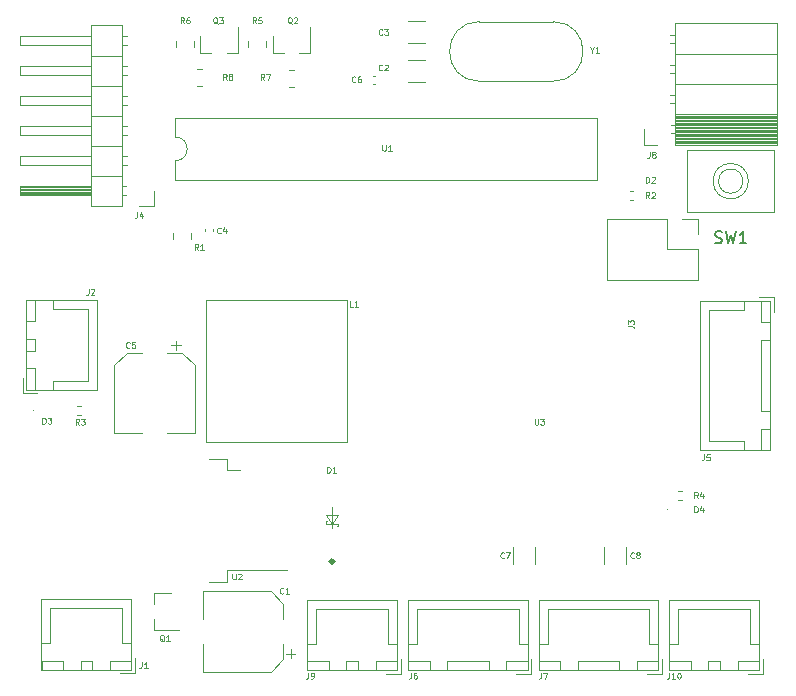
<source format=gbr>
%TF.GenerationSoftware,KiCad,Pcbnew,5.1.10*%
%TF.CreationDate,2021-11-06T21:22:03+05:45*%
%TF.ProjectId,RobotHat,526f626f-7448-4617-942e-6b696361645f,rev?*%
%TF.SameCoordinates,Original*%
%TF.FileFunction,Legend,Top*%
%TF.FilePolarity,Positive*%
%FSLAX46Y46*%
G04 Gerber Fmt 4.6, Leading zero omitted, Abs format (unit mm)*
G04 Created by KiCad (PCBNEW 5.1.10) date 2021-11-06 21:22:03*
%MOMM*%
%LPD*%
G01*
G04 APERTURE LIST*
%ADD10C,0.120000*%
%ADD11C,0.100000*%
%ADD12C,0.300000*%
%ADD13C,0.150000*%
%ADD14C,0.125000*%
G04 APERTURE END LIST*
D10*
%TO.C,SW1*%
X107300000Y-65400000D02*
X107300000Y-60200000D01*
X114700000Y-65400000D02*
X107300000Y-65400000D01*
X114700000Y-60200000D02*
X114700000Y-65400000D01*
X107300000Y-60200000D02*
X114700000Y-60200000D01*
X112500000Y-62800000D02*
G75*
G03*
X112500000Y-62800000I-1500000J0D01*
G01*
X112029563Y-62800000D02*
G75*
G03*
X112029563Y-62800000I-1029563J0D01*
G01*
%TO.C,C7*%
X92590000Y-93788748D02*
X92590000Y-95211252D01*
X94410000Y-93788748D02*
X94410000Y-95211252D01*
D11*
%TO.C,D2*%
X101645000Y-62700000D02*
G75*
G03*
X101645000Y-62700000I-50000J0D01*
G01*
D10*
%TO.C,R2*%
X102446359Y-63620000D02*
X102753641Y-63620000D01*
X102446359Y-64380000D02*
X102753641Y-64380000D01*
D11*
%TO.C,D4*%
X105685000Y-90600000D02*
G75*
G03*
X105685000Y-90600000I-50000J0D01*
G01*
D10*
%TO.C,R4*%
X106571359Y-89802000D02*
X106878641Y-89802000D01*
X106571359Y-89042000D02*
X106878641Y-89042000D01*
%TO.C,J8*%
X114890000Y-59610000D02*
X106260000Y-59610000D01*
X114890000Y-59491905D02*
X106260000Y-59491905D01*
X114890000Y-59373810D02*
X106260000Y-59373810D01*
X114890000Y-59255715D02*
X106260000Y-59255715D01*
X114890000Y-59137620D02*
X106260000Y-59137620D01*
X114890000Y-59019525D02*
X106260000Y-59019525D01*
X114890000Y-58901430D02*
X106260000Y-58901430D01*
X114890000Y-58783335D02*
X106260000Y-58783335D01*
X114890000Y-58665240D02*
X106260000Y-58665240D01*
X114890000Y-58547145D02*
X106260000Y-58547145D01*
X114890000Y-58429050D02*
X106260000Y-58429050D01*
X114890000Y-58310955D02*
X106260000Y-58310955D01*
X114890000Y-58192860D02*
X106260000Y-58192860D01*
X114890000Y-58074765D02*
X106260000Y-58074765D01*
X114890000Y-57956670D02*
X106260000Y-57956670D01*
X114890000Y-57838575D02*
X106260000Y-57838575D01*
X114890000Y-57720480D02*
X106260000Y-57720480D01*
X114890000Y-57602385D02*
X106260000Y-57602385D01*
X114890000Y-57484290D02*
X106260000Y-57484290D01*
X114890000Y-57366195D02*
X106260000Y-57366195D01*
X114890000Y-57248100D02*
X106260000Y-57248100D01*
X106260000Y-58760000D02*
X105910000Y-58760000D01*
X106260000Y-58040000D02*
X105910000Y-58040000D01*
X106260000Y-56220000D02*
X105850000Y-56220000D01*
X106260000Y-55500000D02*
X105850000Y-55500000D01*
X106260000Y-53680000D02*
X105850000Y-53680000D01*
X106260000Y-52960000D02*
X105850000Y-52960000D01*
X106260000Y-51140000D02*
X105850000Y-51140000D01*
X106260000Y-50420000D02*
X105850000Y-50420000D01*
X114890000Y-57130000D02*
X106260000Y-57130000D01*
X114890000Y-54590000D02*
X106260000Y-54590000D01*
X114890000Y-52050000D02*
X106260000Y-52050000D01*
X114890000Y-59730000D02*
X106260000Y-59730000D01*
X106260000Y-59730000D02*
X106260000Y-49450000D01*
X114890000Y-49450000D02*
X106260000Y-49450000D01*
X114890000Y-59730000D02*
X114890000Y-49450000D01*
X103690000Y-59730000D02*
X103690000Y-58400000D01*
X104800000Y-59730000D02*
X103690000Y-59730000D01*
%TO.C,Y1*%
X95971000Y-54343000D02*
X89721000Y-54343000D01*
X95971000Y-49293000D02*
X89721000Y-49293000D01*
X89721000Y-49293000D02*
G75*
G03*
X89721000Y-54343000I0J-2525000D01*
G01*
X95971000Y-49293000D02*
G75*
G02*
X95971000Y-54343000I0J-2525000D01*
G01*
%TO.C,C3*%
X85075252Y-51076000D02*
X83652748Y-51076000D01*
X85075252Y-49256000D02*
X83652748Y-49256000D01*
%TO.C,C2*%
X85075252Y-54378000D02*
X83652748Y-54378000D01*
X85075252Y-52558000D02*
X83652748Y-52558000D01*
%TO.C,U1*%
X63984000Y-61072000D02*
X63984000Y-62722000D01*
X63984000Y-62722000D02*
X99664000Y-62722000D01*
X99664000Y-62722000D02*
X99664000Y-57422000D01*
X99664000Y-57422000D02*
X63984000Y-57422000D01*
X63984000Y-57422000D02*
X63984000Y-59072000D01*
X63984000Y-59072000D02*
G75*
G02*
X63984000Y-61072000I0J-1000000D01*
G01*
%TO.C,C8*%
X100290000Y-95211252D02*
X100290000Y-93788748D01*
X102110000Y-95211252D02*
X102110000Y-93788748D01*
%TO.C,Q3*%
X66102000Y-51946000D02*
X66102000Y-50486000D01*
X69262000Y-51946000D02*
X69262000Y-49786000D01*
X69262000Y-51946000D02*
X68332000Y-51946000D01*
X66102000Y-51946000D02*
X67032000Y-51946000D01*
%TO.C,R6*%
X64071000Y-50954936D02*
X64071000Y-51409064D01*
X65541000Y-50954936D02*
X65541000Y-51409064D01*
%TO.C,R5*%
X70167000Y-50954936D02*
X70167000Y-51409064D01*
X71637000Y-50954936D02*
X71637000Y-51409064D01*
%TO.C,R8*%
X65772936Y-54735000D02*
X66227064Y-54735000D01*
X65772936Y-53265000D02*
X66227064Y-53265000D01*
%TO.C,R7*%
X74055064Y-53351000D02*
X73600936Y-53351000D01*
X74055064Y-54821000D02*
X73600936Y-54821000D01*
%TO.C,R1*%
X65287000Y-67665064D02*
X65287000Y-67210936D01*
X63817000Y-67665064D02*
X63817000Y-67210936D01*
%TO.C,J5*%
X114360000Y-72940000D02*
X108390000Y-72940000D01*
X108390000Y-72940000D02*
X108390000Y-85560000D01*
X108390000Y-85560000D02*
X114360000Y-85560000D01*
X114360000Y-85560000D02*
X114360000Y-72940000D01*
X114350000Y-76250000D02*
X113600000Y-76250000D01*
X113600000Y-76250000D02*
X113600000Y-82250000D01*
X113600000Y-82250000D02*
X114350000Y-82250000D01*
X114350000Y-82250000D02*
X114350000Y-76250000D01*
X114350000Y-72950000D02*
X113600000Y-72950000D01*
X113600000Y-72950000D02*
X113600000Y-74750000D01*
X113600000Y-74750000D02*
X114350000Y-74750000D01*
X114350000Y-74750000D02*
X114350000Y-72950000D01*
X114350000Y-83750000D02*
X113600000Y-83750000D01*
X113600000Y-83750000D02*
X113600000Y-85550000D01*
X113600000Y-85550000D02*
X114350000Y-85550000D01*
X114350000Y-85550000D02*
X114350000Y-83750000D01*
X112100000Y-72950000D02*
X112100000Y-73700000D01*
X112100000Y-73700000D02*
X109150000Y-73700000D01*
X109150000Y-73700000D02*
X109150000Y-79250000D01*
X112100000Y-85550000D02*
X112100000Y-84800000D01*
X112100000Y-84800000D02*
X109150000Y-84800000D01*
X109150000Y-84800000D02*
X109150000Y-79250000D01*
X114650000Y-73900000D02*
X114650000Y-72650000D01*
X114650000Y-72650000D02*
X113400000Y-72650000D01*
%TO.C,C5*%
X64441250Y-76706250D02*
X63653750Y-76706250D01*
X64047500Y-76312500D02*
X64047500Y-77100000D01*
X59854437Y-77340000D02*
X58790000Y-78404437D01*
X64545563Y-77340000D02*
X65610000Y-78404437D01*
X64545563Y-77340000D02*
X63260000Y-77340000D01*
X59854437Y-77340000D02*
X61140000Y-77340000D01*
X58790000Y-78404437D02*
X58790000Y-84160000D01*
X65610000Y-78404437D02*
X65610000Y-84160000D01*
X65610000Y-84160000D02*
X63260000Y-84160000D01*
X58790000Y-84160000D02*
X61140000Y-84160000D01*
%TO.C,C1*%
X73743750Y-103191250D02*
X73743750Y-102403750D01*
X74137500Y-102797500D02*
X73350000Y-102797500D01*
X73110000Y-98604437D02*
X72045563Y-97540000D01*
X73110000Y-103295563D02*
X72045563Y-104360000D01*
X73110000Y-103295563D02*
X73110000Y-102010000D01*
X73110000Y-98604437D02*
X73110000Y-99890000D01*
X72045563Y-97540000D02*
X66290000Y-97540000D01*
X72045563Y-104360000D02*
X66290000Y-104360000D01*
X66290000Y-104360000D02*
X66290000Y-102010000D01*
X66290000Y-97540000D02*
X66290000Y-99890000D01*
%TO.C,L1*%
X66550000Y-84900000D02*
X66550000Y-72900000D01*
X66550000Y-72900000D02*
X78550000Y-72900000D01*
X78550000Y-72900000D02*
X78550000Y-84900000D01*
X78550000Y-84900000D02*
X66550000Y-84900000D01*
%TO.C,Q2*%
X72248000Y-51946000D02*
X72248000Y-50486000D01*
X75408000Y-51946000D02*
X75408000Y-49786000D01*
X75408000Y-51946000D02*
X74478000Y-51946000D01*
X72248000Y-51946000D02*
X73178000Y-51946000D01*
%TO.C,J3*%
X108230000Y-65970000D02*
X108230000Y-67300000D01*
X106900000Y-65970000D02*
X108230000Y-65970000D01*
X108230000Y-68570000D02*
X108230000Y-71170000D01*
X105630000Y-68570000D02*
X108230000Y-68570000D01*
X105630000Y-65970000D02*
X105630000Y-68570000D01*
X108230000Y-71170000D02*
X100490000Y-71170000D01*
X105630000Y-65970000D02*
X100490000Y-65970000D01*
X100490000Y-65970000D02*
X100490000Y-71170000D01*
%TO.C,J4*%
X59460000Y-64930000D02*
X59460000Y-49570000D01*
X59460000Y-49570000D02*
X56800000Y-49570000D01*
X56800000Y-49570000D02*
X56800000Y-64930000D01*
X56800000Y-64930000D02*
X59460000Y-64930000D01*
X56800000Y-63980000D02*
X50800000Y-63980000D01*
X50800000Y-63980000D02*
X50800000Y-63220000D01*
X50800000Y-63220000D02*
X56800000Y-63220000D01*
X56800000Y-63920000D02*
X50800000Y-63920000D01*
X56800000Y-63800000D02*
X50800000Y-63800000D01*
X56800000Y-63680000D02*
X50800000Y-63680000D01*
X56800000Y-63560000D02*
X50800000Y-63560000D01*
X56800000Y-63440000D02*
X50800000Y-63440000D01*
X56800000Y-63320000D02*
X50800000Y-63320000D01*
X59790000Y-63980000D02*
X59460000Y-63980000D01*
X59790000Y-63220000D02*
X59460000Y-63220000D01*
X59460000Y-62330000D02*
X56800000Y-62330000D01*
X56800000Y-61440000D02*
X50800000Y-61440000D01*
X50800000Y-61440000D02*
X50800000Y-60680000D01*
X50800000Y-60680000D02*
X56800000Y-60680000D01*
X59857071Y-61440000D02*
X59460000Y-61440000D01*
X59857071Y-60680000D02*
X59460000Y-60680000D01*
X59460000Y-59790000D02*
X56800000Y-59790000D01*
X56800000Y-58900000D02*
X50800000Y-58900000D01*
X50800000Y-58900000D02*
X50800000Y-58140000D01*
X50800000Y-58140000D02*
X56800000Y-58140000D01*
X59857071Y-58900000D02*
X59460000Y-58900000D01*
X59857071Y-58140000D02*
X59460000Y-58140000D01*
X59460000Y-57250000D02*
X56800000Y-57250000D01*
X56800000Y-56360000D02*
X50800000Y-56360000D01*
X50800000Y-56360000D02*
X50800000Y-55600000D01*
X50800000Y-55600000D02*
X56800000Y-55600000D01*
X59857071Y-56360000D02*
X59460000Y-56360000D01*
X59857071Y-55600000D02*
X59460000Y-55600000D01*
X59460000Y-54710000D02*
X56800000Y-54710000D01*
X56800000Y-53820000D02*
X50800000Y-53820000D01*
X50800000Y-53820000D02*
X50800000Y-53060000D01*
X50800000Y-53060000D02*
X56800000Y-53060000D01*
X59857071Y-53820000D02*
X59460000Y-53820000D01*
X59857071Y-53060000D02*
X59460000Y-53060000D01*
X59460000Y-52170000D02*
X56800000Y-52170000D01*
X56800000Y-51280000D02*
X50800000Y-51280000D01*
X50800000Y-51280000D02*
X50800000Y-50520000D01*
X50800000Y-50520000D02*
X56800000Y-50520000D01*
X59857071Y-51280000D02*
X59460000Y-51280000D01*
X59857071Y-50520000D02*
X59460000Y-50520000D01*
X62170000Y-63600000D02*
X62170000Y-64870000D01*
X62170000Y-64870000D02*
X60900000Y-64870000D01*
%TO.C,Q1*%
X62140000Y-97670000D02*
X63600000Y-97670000D01*
X62140000Y-100830000D02*
X64300000Y-100830000D01*
X62140000Y-100830000D02*
X62140000Y-99900000D01*
X62140000Y-97670000D02*
X62140000Y-98600000D01*
D12*
%TO.C,D1*%
X77391421Y-95000000D02*
G75*
G03*
X77391421Y-95000000I-141421J0D01*
G01*
D10*
X77250000Y-90400000D02*
X77250000Y-92200000D01*
X76750000Y-91800000D02*
X77750000Y-91800000D01*
X77250000Y-91800000D02*
X76750000Y-91100000D01*
X77750000Y-91100000D02*
X76750000Y-91100000D01*
X76750000Y-91100000D02*
X77650000Y-91100000D01*
X77750000Y-91100000D02*
X77250000Y-91800000D01*
X76750000Y-91800000D02*
X76750000Y-91600000D01*
X76750000Y-91600000D02*
X76850000Y-91600000D01*
X77750000Y-91800000D02*
X77750000Y-92000000D01*
X77750000Y-92000000D02*
X77650000Y-92000000D01*
%TO.C,R3*%
X55953641Y-82580000D02*
X55646359Y-82580000D01*
X55953641Y-81820000D02*
X55646359Y-81820000D01*
D11*
%TO.C,D3*%
X52025000Y-82200000D02*
G75*
G03*
X52025000Y-82200000I-50000J0D01*
G01*
D10*
%TO.C,C4*%
X66478000Y-67037836D02*
X66478000Y-66822164D01*
X67198000Y-67037836D02*
X67198000Y-66822164D01*
%TO.C,C6*%
X80700164Y-53870000D02*
X80915836Y-53870000D01*
X80700164Y-54590000D02*
X80915836Y-54590000D01*
%TO.C,J2*%
X51050000Y-80750000D02*
X52300000Y-80750000D01*
X51050000Y-79500000D02*
X51050000Y-80750000D01*
X56550000Y-73600000D02*
X56550000Y-76650000D01*
X53600000Y-73600000D02*
X56550000Y-73600000D01*
X53600000Y-72850000D02*
X53600000Y-73600000D01*
X56550000Y-79700000D02*
X56550000Y-76650000D01*
X53600000Y-79700000D02*
X56550000Y-79700000D01*
X53600000Y-80450000D02*
X53600000Y-79700000D01*
X51350000Y-72850000D02*
X51350000Y-74650000D01*
X52100000Y-72850000D02*
X51350000Y-72850000D01*
X52100000Y-74650000D02*
X52100000Y-72850000D01*
X51350000Y-74650000D02*
X52100000Y-74650000D01*
X51350000Y-78650000D02*
X51350000Y-80450000D01*
X52100000Y-78650000D02*
X51350000Y-78650000D01*
X52100000Y-80450000D02*
X52100000Y-78650000D01*
X51350000Y-80450000D02*
X52100000Y-80450000D01*
X51350000Y-76150000D02*
X51350000Y-77150000D01*
X52100000Y-76150000D02*
X51350000Y-76150000D01*
X52100000Y-77150000D02*
X52100000Y-76150000D01*
X51350000Y-77150000D02*
X52100000Y-77150000D01*
X51340000Y-72840000D02*
X51340000Y-80460000D01*
X57310000Y-72840000D02*
X51340000Y-72840000D01*
X57310000Y-80460000D02*
X57310000Y-72840000D01*
X51340000Y-80460000D02*
X57310000Y-80460000D01*
%TO.C,U2*%
X66850000Y-96700000D02*
X68350000Y-96700000D01*
X68350000Y-96700000D02*
X68350000Y-95750000D01*
X68350000Y-95750000D02*
X73475000Y-95750000D01*
X66850000Y-86300000D02*
X68350000Y-86300000D01*
X68350000Y-86300000D02*
X68350000Y-87250000D01*
X68350000Y-87250000D02*
X69450000Y-87250000D01*
%TO.C,J10*%
X113410000Y-104210000D02*
X113410000Y-98240000D01*
X113410000Y-98240000D02*
X105790000Y-98240000D01*
X105790000Y-98240000D02*
X105790000Y-104210000D01*
X105790000Y-104210000D02*
X113410000Y-104210000D01*
X110100000Y-104200000D02*
X110100000Y-103450000D01*
X110100000Y-103450000D02*
X109100000Y-103450000D01*
X109100000Y-103450000D02*
X109100000Y-104200000D01*
X109100000Y-104200000D02*
X110100000Y-104200000D01*
X113400000Y-104200000D02*
X113400000Y-103450000D01*
X113400000Y-103450000D02*
X111600000Y-103450000D01*
X111600000Y-103450000D02*
X111600000Y-104200000D01*
X111600000Y-104200000D02*
X113400000Y-104200000D01*
X107600000Y-104200000D02*
X107600000Y-103450000D01*
X107600000Y-103450000D02*
X105800000Y-103450000D01*
X105800000Y-103450000D02*
X105800000Y-104200000D01*
X105800000Y-104200000D02*
X107600000Y-104200000D01*
X113400000Y-101950000D02*
X112650000Y-101950000D01*
X112650000Y-101950000D02*
X112650000Y-99000000D01*
X112650000Y-99000000D02*
X109600000Y-99000000D01*
X105800000Y-101950000D02*
X106550000Y-101950000D01*
X106550000Y-101950000D02*
X106550000Y-99000000D01*
X106550000Y-99000000D02*
X109600000Y-99000000D01*
X112450000Y-104500000D02*
X113700000Y-104500000D01*
X113700000Y-104500000D02*
X113700000Y-103250000D01*
%TO.C,J9*%
X82760000Y-104210000D02*
X82760000Y-98240000D01*
X82760000Y-98240000D02*
X75140000Y-98240000D01*
X75140000Y-98240000D02*
X75140000Y-104210000D01*
X75140000Y-104210000D02*
X82760000Y-104210000D01*
X79450000Y-104200000D02*
X79450000Y-103450000D01*
X79450000Y-103450000D02*
X78450000Y-103450000D01*
X78450000Y-103450000D02*
X78450000Y-104200000D01*
X78450000Y-104200000D02*
X79450000Y-104200000D01*
X82750000Y-104200000D02*
X82750000Y-103450000D01*
X82750000Y-103450000D02*
X80950000Y-103450000D01*
X80950000Y-103450000D02*
X80950000Y-104200000D01*
X80950000Y-104200000D02*
X82750000Y-104200000D01*
X76950000Y-104200000D02*
X76950000Y-103450000D01*
X76950000Y-103450000D02*
X75150000Y-103450000D01*
X75150000Y-103450000D02*
X75150000Y-104200000D01*
X75150000Y-104200000D02*
X76950000Y-104200000D01*
X82750000Y-101950000D02*
X82000000Y-101950000D01*
X82000000Y-101950000D02*
X82000000Y-99000000D01*
X82000000Y-99000000D02*
X78950000Y-99000000D01*
X75150000Y-101950000D02*
X75900000Y-101950000D01*
X75900000Y-101950000D02*
X75900000Y-99000000D01*
X75900000Y-99000000D02*
X78950000Y-99000000D01*
X81800000Y-104500000D02*
X83050000Y-104500000D01*
X83050000Y-104500000D02*
X83050000Y-103250000D01*
%TO.C,J7*%
X104860000Y-104210000D02*
X104860000Y-98240000D01*
X104860000Y-98240000D02*
X94740000Y-98240000D01*
X94740000Y-98240000D02*
X94740000Y-104210000D01*
X94740000Y-104210000D02*
X104860000Y-104210000D01*
X101550000Y-104200000D02*
X101550000Y-103450000D01*
X101550000Y-103450000D02*
X98050000Y-103450000D01*
X98050000Y-103450000D02*
X98050000Y-104200000D01*
X98050000Y-104200000D02*
X101550000Y-104200000D01*
X104850000Y-104200000D02*
X104850000Y-103450000D01*
X104850000Y-103450000D02*
X103050000Y-103450000D01*
X103050000Y-103450000D02*
X103050000Y-104200000D01*
X103050000Y-104200000D02*
X104850000Y-104200000D01*
X96550000Y-104200000D02*
X96550000Y-103450000D01*
X96550000Y-103450000D02*
X94750000Y-103450000D01*
X94750000Y-103450000D02*
X94750000Y-104200000D01*
X94750000Y-104200000D02*
X96550000Y-104200000D01*
X104850000Y-101950000D02*
X104100000Y-101950000D01*
X104100000Y-101950000D02*
X104100000Y-99000000D01*
X104100000Y-99000000D02*
X99800000Y-99000000D01*
X94750000Y-101950000D02*
X95500000Y-101950000D01*
X95500000Y-101950000D02*
X95500000Y-99000000D01*
X95500000Y-99000000D02*
X99800000Y-99000000D01*
X103900000Y-104500000D02*
X105150000Y-104500000D01*
X105150000Y-104500000D02*
X105150000Y-103250000D01*
%TO.C,J6*%
X93810000Y-104210000D02*
X93810000Y-98240000D01*
X93810000Y-98240000D02*
X83690000Y-98240000D01*
X83690000Y-98240000D02*
X83690000Y-104210000D01*
X83690000Y-104210000D02*
X93810000Y-104210000D01*
X90500000Y-104200000D02*
X90500000Y-103450000D01*
X90500000Y-103450000D02*
X87000000Y-103450000D01*
X87000000Y-103450000D02*
X87000000Y-104200000D01*
X87000000Y-104200000D02*
X90500000Y-104200000D01*
X93800000Y-104200000D02*
X93800000Y-103450000D01*
X93800000Y-103450000D02*
X92000000Y-103450000D01*
X92000000Y-103450000D02*
X92000000Y-104200000D01*
X92000000Y-104200000D02*
X93800000Y-104200000D01*
X85500000Y-104200000D02*
X85500000Y-103450000D01*
X85500000Y-103450000D02*
X83700000Y-103450000D01*
X83700000Y-103450000D02*
X83700000Y-104200000D01*
X83700000Y-104200000D02*
X85500000Y-104200000D01*
X93800000Y-101950000D02*
X93050000Y-101950000D01*
X93050000Y-101950000D02*
X93050000Y-99000000D01*
X93050000Y-99000000D02*
X88750000Y-99000000D01*
X83700000Y-101950000D02*
X84450000Y-101950000D01*
X84450000Y-101950000D02*
X84450000Y-99000000D01*
X84450000Y-99000000D02*
X88750000Y-99000000D01*
X92850000Y-104500000D02*
X94100000Y-104500000D01*
X94100000Y-104500000D02*
X94100000Y-103250000D01*
%TO.C,J1*%
X60260000Y-104160000D02*
X60260000Y-98190000D01*
X60260000Y-98190000D02*
X52640000Y-98190000D01*
X52640000Y-98190000D02*
X52640000Y-104160000D01*
X52640000Y-104160000D02*
X60260000Y-104160000D01*
X56950000Y-104150000D02*
X56950000Y-103400000D01*
X56950000Y-103400000D02*
X55950000Y-103400000D01*
X55950000Y-103400000D02*
X55950000Y-104150000D01*
X55950000Y-104150000D02*
X56950000Y-104150000D01*
X60250000Y-104150000D02*
X60250000Y-103400000D01*
X60250000Y-103400000D02*
X58450000Y-103400000D01*
X58450000Y-103400000D02*
X58450000Y-104150000D01*
X58450000Y-104150000D02*
X60250000Y-104150000D01*
X54450000Y-104150000D02*
X54450000Y-103400000D01*
X54450000Y-103400000D02*
X52650000Y-103400000D01*
X52650000Y-103400000D02*
X52650000Y-104150000D01*
X52650000Y-104150000D02*
X54450000Y-104150000D01*
X60250000Y-101900000D02*
X59500000Y-101900000D01*
X59500000Y-101900000D02*
X59500000Y-98950000D01*
X59500000Y-98950000D02*
X56450000Y-98950000D01*
X52650000Y-101900000D02*
X53400000Y-101900000D01*
X53400000Y-101900000D02*
X53400000Y-98950000D01*
X53400000Y-98950000D02*
X56450000Y-98950000D01*
X59300000Y-104450000D02*
X60550000Y-104450000D01*
X60550000Y-104450000D02*
X60550000Y-103200000D01*
%TO.C,SW1*%
D13*
X109666666Y-68004761D02*
X109809523Y-68052380D01*
X110047619Y-68052380D01*
X110142857Y-68004761D01*
X110190476Y-67957142D01*
X110238095Y-67861904D01*
X110238095Y-67766666D01*
X110190476Y-67671428D01*
X110142857Y-67623809D01*
X110047619Y-67576190D01*
X109857142Y-67528571D01*
X109761904Y-67480952D01*
X109714285Y-67433333D01*
X109666666Y-67338095D01*
X109666666Y-67242857D01*
X109714285Y-67147619D01*
X109761904Y-67100000D01*
X109857142Y-67052380D01*
X110095238Y-67052380D01*
X110238095Y-67100000D01*
X110571428Y-67052380D02*
X110809523Y-68052380D01*
X111000000Y-67338095D01*
X111190476Y-68052380D01*
X111428571Y-67052380D01*
X112333333Y-68052380D02*
X111761904Y-68052380D01*
X112047619Y-68052380D02*
X112047619Y-67052380D01*
X111952380Y-67195238D01*
X111857142Y-67290476D01*
X111761904Y-67338095D01*
%TO.C,C7*%
D14*
X91816666Y-94678571D02*
X91792857Y-94702380D01*
X91721428Y-94726190D01*
X91673809Y-94726190D01*
X91602380Y-94702380D01*
X91554761Y-94654761D01*
X91530952Y-94607142D01*
X91507142Y-94511904D01*
X91507142Y-94440476D01*
X91530952Y-94345238D01*
X91554761Y-94297619D01*
X91602380Y-94250000D01*
X91673809Y-94226190D01*
X91721428Y-94226190D01*
X91792857Y-94250000D01*
X91816666Y-94273809D01*
X91983333Y-94226190D02*
X92316666Y-94226190D01*
X92102380Y-94726190D01*
%TO.C,D2*%
X103830952Y-62926190D02*
X103830952Y-62426190D01*
X103950000Y-62426190D01*
X104021428Y-62450000D01*
X104069047Y-62497619D01*
X104092857Y-62545238D01*
X104116666Y-62640476D01*
X104116666Y-62711904D01*
X104092857Y-62807142D01*
X104069047Y-62854761D01*
X104021428Y-62902380D01*
X103950000Y-62926190D01*
X103830952Y-62926190D01*
X104307142Y-62473809D02*
X104330952Y-62450000D01*
X104378571Y-62426190D01*
X104497619Y-62426190D01*
X104545238Y-62450000D01*
X104569047Y-62473809D01*
X104592857Y-62521428D01*
X104592857Y-62569047D01*
X104569047Y-62640476D01*
X104283333Y-62926190D01*
X104592857Y-62926190D01*
%TO.C,R2*%
X104116666Y-64226190D02*
X103950000Y-63988095D01*
X103830952Y-64226190D02*
X103830952Y-63726190D01*
X104021428Y-63726190D01*
X104069047Y-63750000D01*
X104092857Y-63773809D01*
X104116666Y-63821428D01*
X104116666Y-63892857D01*
X104092857Y-63940476D01*
X104069047Y-63964285D01*
X104021428Y-63988095D01*
X103830952Y-63988095D01*
X104307142Y-63773809D02*
X104330952Y-63750000D01*
X104378571Y-63726190D01*
X104497619Y-63726190D01*
X104545238Y-63750000D01*
X104569047Y-63773809D01*
X104592857Y-63821428D01*
X104592857Y-63869047D01*
X104569047Y-63940476D01*
X104283333Y-64226190D01*
X104592857Y-64226190D01*
%TO.C,D4*%
X107930952Y-90826190D02*
X107930952Y-90326190D01*
X108050000Y-90326190D01*
X108121428Y-90350000D01*
X108169047Y-90397619D01*
X108192857Y-90445238D01*
X108216666Y-90540476D01*
X108216666Y-90611904D01*
X108192857Y-90707142D01*
X108169047Y-90754761D01*
X108121428Y-90802380D01*
X108050000Y-90826190D01*
X107930952Y-90826190D01*
X108645238Y-90492857D02*
X108645238Y-90826190D01*
X108526190Y-90302380D02*
X108407142Y-90659523D01*
X108716666Y-90659523D01*
%TO.C,R4*%
X108216666Y-89626190D02*
X108050000Y-89388095D01*
X107930952Y-89626190D02*
X107930952Y-89126190D01*
X108121428Y-89126190D01*
X108169047Y-89150000D01*
X108192857Y-89173809D01*
X108216666Y-89221428D01*
X108216666Y-89292857D01*
X108192857Y-89340476D01*
X108169047Y-89364285D01*
X108121428Y-89388095D01*
X107930952Y-89388095D01*
X108645238Y-89292857D02*
X108645238Y-89626190D01*
X108526190Y-89102380D02*
X108407142Y-89459523D01*
X108716666Y-89459523D01*
%TO.C,J8*%
X104133333Y-60326190D02*
X104133333Y-60683333D01*
X104109523Y-60754761D01*
X104061904Y-60802380D01*
X103990476Y-60826190D01*
X103942857Y-60826190D01*
X104442857Y-60540476D02*
X104395238Y-60516666D01*
X104371428Y-60492857D01*
X104347619Y-60445238D01*
X104347619Y-60421428D01*
X104371428Y-60373809D01*
X104395238Y-60350000D01*
X104442857Y-60326190D01*
X104538095Y-60326190D01*
X104585714Y-60350000D01*
X104609523Y-60373809D01*
X104633333Y-60421428D01*
X104633333Y-60445238D01*
X104609523Y-60492857D01*
X104585714Y-60516666D01*
X104538095Y-60540476D01*
X104442857Y-60540476D01*
X104395238Y-60564285D01*
X104371428Y-60588095D01*
X104347619Y-60635714D01*
X104347619Y-60730952D01*
X104371428Y-60778571D01*
X104395238Y-60802380D01*
X104442857Y-60826190D01*
X104538095Y-60826190D01*
X104585714Y-60802380D01*
X104609523Y-60778571D01*
X104633333Y-60730952D01*
X104633333Y-60635714D01*
X104609523Y-60588095D01*
X104585714Y-60564285D01*
X104538095Y-60540476D01*
%TO.C,Y1*%
X99261904Y-51688095D02*
X99261904Y-51926190D01*
X99095238Y-51426190D02*
X99261904Y-51688095D01*
X99428571Y-51426190D01*
X99857142Y-51926190D02*
X99571428Y-51926190D01*
X99714285Y-51926190D02*
X99714285Y-51426190D01*
X99666666Y-51497619D01*
X99619047Y-51545238D01*
X99571428Y-51569047D01*
%TO.C,C3*%
X81516666Y-50378571D02*
X81492857Y-50402380D01*
X81421428Y-50426190D01*
X81373809Y-50426190D01*
X81302380Y-50402380D01*
X81254761Y-50354761D01*
X81230952Y-50307142D01*
X81207142Y-50211904D01*
X81207142Y-50140476D01*
X81230952Y-50045238D01*
X81254761Y-49997619D01*
X81302380Y-49950000D01*
X81373809Y-49926190D01*
X81421428Y-49926190D01*
X81492857Y-49950000D01*
X81516666Y-49973809D01*
X81683333Y-49926190D02*
X81992857Y-49926190D01*
X81826190Y-50116666D01*
X81897619Y-50116666D01*
X81945238Y-50140476D01*
X81969047Y-50164285D01*
X81992857Y-50211904D01*
X81992857Y-50330952D01*
X81969047Y-50378571D01*
X81945238Y-50402380D01*
X81897619Y-50426190D01*
X81754761Y-50426190D01*
X81707142Y-50402380D01*
X81683333Y-50378571D01*
%TO.C,C2*%
X81516666Y-53378571D02*
X81492857Y-53402380D01*
X81421428Y-53426190D01*
X81373809Y-53426190D01*
X81302380Y-53402380D01*
X81254761Y-53354761D01*
X81230952Y-53307142D01*
X81207142Y-53211904D01*
X81207142Y-53140476D01*
X81230952Y-53045238D01*
X81254761Y-52997619D01*
X81302380Y-52950000D01*
X81373809Y-52926190D01*
X81421428Y-52926190D01*
X81492857Y-52950000D01*
X81516666Y-52973809D01*
X81707142Y-52973809D02*
X81730952Y-52950000D01*
X81778571Y-52926190D01*
X81897619Y-52926190D01*
X81945238Y-52950000D01*
X81969047Y-52973809D01*
X81992857Y-53021428D01*
X81992857Y-53069047D01*
X81969047Y-53140476D01*
X81683333Y-53426190D01*
X81992857Y-53426190D01*
%TO.C,U3*%
X94419047Y-82926190D02*
X94419047Y-83330952D01*
X94442857Y-83378571D01*
X94466666Y-83402380D01*
X94514285Y-83426190D01*
X94609523Y-83426190D01*
X94657142Y-83402380D01*
X94680952Y-83378571D01*
X94704761Y-83330952D01*
X94704761Y-82926190D01*
X94895238Y-82926190D02*
X95204761Y-82926190D01*
X95038095Y-83116666D01*
X95109523Y-83116666D01*
X95157142Y-83140476D01*
X95180952Y-83164285D01*
X95204761Y-83211904D01*
X95204761Y-83330952D01*
X95180952Y-83378571D01*
X95157142Y-83402380D01*
X95109523Y-83426190D01*
X94966666Y-83426190D01*
X94919047Y-83402380D01*
X94895238Y-83378571D01*
%TO.C,U1*%
X81519047Y-59726190D02*
X81519047Y-60130952D01*
X81542857Y-60178571D01*
X81566666Y-60202380D01*
X81614285Y-60226190D01*
X81709523Y-60226190D01*
X81757142Y-60202380D01*
X81780952Y-60178571D01*
X81804761Y-60130952D01*
X81804761Y-59726190D01*
X82304761Y-60226190D02*
X82019047Y-60226190D01*
X82161904Y-60226190D02*
X82161904Y-59726190D01*
X82114285Y-59797619D01*
X82066666Y-59845238D01*
X82019047Y-59869047D01*
%TO.C,C8*%
X102816666Y-94678571D02*
X102792857Y-94702380D01*
X102721428Y-94726190D01*
X102673809Y-94726190D01*
X102602380Y-94702380D01*
X102554761Y-94654761D01*
X102530952Y-94607142D01*
X102507142Y-94511904D01*
X102507142Y-94440476D01*
X102530952Y-94345238D01*
X102554761Y-94297619D01*
X102602380Y-94250000D01*
X102673809Y-94226190D01*
X102721428Y-94226190D01*
X102792857Y-94250000D01*
X102816666Y-94273809D01*
X103102380Y-94440476D02*
X103054761Y-94416666D01*
X103030952Y-94392857D01*
X103007142Y-94345238D01*
X103007142Y-94321428D01*
X103030952Y-94273809D01*
X103054761Y-94250000D01*
X103102380Y-94226190D01*
X103197619Y-94226190D01*
X103245238Y-94250000D01*
X103269047Y-94273809D01*
X103292857Y-94321428D01*
X103292857Y-94345238D01*
X103269047Y-94392857D01*
X103245238Y-94416666D01*
X103197619Y-94440476D01*
X103102380Y-94440476D01*
X103054761Y-94464285D01*
X103030952Y-94488095D01*
X103007142Y-94535714D01*
X103007142Y-94630952D01*
X103030952Y-94678571D01*
X103054761Y-94702380D01*
X103102380Y-94726190D01*
X103197619Y-94726190D01*
X103245238Y-94702380D01*
X103269047Y-94678571D01*
X103292857Y-94630952D01*
X103292857Y-94535714D01*
X103269047Y-94488095D01*
X103245238Y-94464285D01*
X103197619Y-94440476D01*
%TO.C,Q3*%
X67552380Y-49473809D02*
X67504761Y-49450000D01*
X67457142Y-49402380D01*
X67385714Y-49330952D01*
X67338095Y-49307142D01*
X67290476Y-49307142D01*
X67314285Y-49426190D02*
X67266666Y-49402380D01*
X67219047Y-49354761D01*
X67195238Y-49259523D01*
X67195238Y-49092857D01*
X67219047Y-48997619D01*
X67266666Y-48950000D01*
X67314285Y-48926190D01*
X67409523Y-48926190D01*
X67457142Y-48950000D01*
X67504761Y-48997619D01*
X67528571Y-49092857D01*
X67528571Y-49259523D01*
X67504761Y-49354761D01*
X67457142Y-49402380D01*
X67409523Y-49426190D01*
X67314285Y-49426190D01*
X67695238Y-48926190D02*
X68004761Y-48926190D01*
X67838095Y-49116666D01*
X67909523Y-49116666D01*
X67957142Y-49140476D01*
X67980952Y-49164285D01*
X68004761Y-49211904D01*
X68004761Y-49330952D01*
X67980952Y-49378571D01*
X67957142Y-49402380D01*
X67909523Y-49426190D01*
X67766666Y-49426190D01*
X67719047Y-49402380D01*
X67695238Y-49378571D01*
%TO.C,R6*%
X64716666Y-49426190D02*
X64550000Y-49188095D01*
X64430952Y-49426190D02*
X64430952Y-48926190D01*
X64621428Y-48926190D01*
X64669047Y-48950000D01*
X64692857Y-48973809D01*
X64716666Y-49021428D01*
X64716666Y-49092857D01*
X64692857Y-49140476D01*
X64669047Y-49164285D01*
X64621428Y-49188095D01*
X64430952Y-49188095D01*
X65145238Y-48926190D02*
X65050000Y-48926190D01*
X65002380Y-48950000D01*
X64978571Y-48973809D01*
X64930952Y-49045238D01*
X64907142Y-49140476D01*
X64907142Y-49330952D01*
X64930952Y-49378571D01*
X64954761Y-49402380D01*
X65002380Y-49426190D01*
X65097619Y-49426190D01*
X65145238Y-49402380D01*
X65169047Y-49378571D01*
X65192857Y-49330952D01*
X65192857Y-49211904D01*
X65169047Y-49164285D01*
X65145238Y-49140476D01*
X65097619Y-49116666D01*
X65002380Y-49116666D01*
X64954761Y-49140476D01*
X64930952Y-49164285D01*
X64907142Y-49211904D01*
%TO.C,R5*%
X70816666Y-49426190D02*
X70650000Y-49188095D01*
X70530952Y-49426190D02*
X70530952Y-48926190D01*
X70721428Y-48926190D01*
X70769047Y-48950000D01*
X70792857Y-48973809D01*
X70816666Y-49021428D01*
X70816666Y-49092857D01*
X70792857Y-49140476D01*
X70769047Y-49164285D01*
X70721428Y-49188095D01*
X70530952Y-49188095D01*
X71269047Y-48926190D02*
X71030952Y-48926190D01*
X71007142Y-49164285D01*
X71030952Y-49140476D01*
X71078571Y-49116666D01*
X71197619Y-49116666D01*
X71245238Y-49140476D01*
X71269047Y-49164285D01*
X71292857Y-49211904D01*
X71292857Y-49330952D01*
X71269047Y-49378571D01*
X71245238Y-49402380D01*
X71197619Y-49426190D01*
X71078571Y-49426190D01*
X71030952Y-49402380D01*
X71007142Y-49378571D01*
%TO.C,R8*%
X68316666Y-54226190D02*
X68150000Y-53988095D01*
X68030952Y-54226190D02*
X68030952Y-53726190D01*
X68221428Y-53726190D01*
X68269047Y-53750000D01*
X68292857Y-53773809D01*
X68316666Y-53821428D01*
X68316666Y-53892857D01*
X68292857Y-53940476D01*
X68269047Y-53964285D01*
X68221428Y-53988095D01*
X68030952Y-53988095D01*
X68602380Y-53940476D02*
X68554761Y-53916666D01*
X68530952Y-53892857D01*
X68507142Y-53845238D01*
X68507142Y-53821428D01*
X68530952Y-53773809D01*
X68554761Y-53750000D01*
X68602380Y-53726190D01*
X68697619Y-53726190D01*
X68745238Y-53750000D01*
X68769047Y-53773809D01*
X68792857Y-53821428D01*
X68792857Y-53845238D01*
X68769047Y-53892857D01*
X68745238Y-53916666D01*
X68697619Y-53940476D01*
X68602380Y-53940476D01*
X68554761Y-53964285D01*
X68530952Y-53988095D01*
X68507142Y-54035714D01*
X68507142Y-54130952D01*
X68530952Y-54178571D01*
X68554761Y-54202380D01*
X68602380Y-54226190D01*
X68697619Y-54226190D01*
X68745238Y-54202380D01*
X68769047Y-54178571D01*
X68792857Y-54130952D01*
X68792857Y-54035714D01*
X68769047Y-53988095D01*
X68745238Y-53964285D01*
X68697619Y-53940476D01*
%TO.C,R7*%
X71516666Y-54226190D02*
X71350000Y-53988095D01*
X71230952Y-54226190D02*
X71230952Y-53726190D01*
X71421428Y-53726190D01*
X71469047Y-53750000D01*
X71492857Y-53773809D01*
X71516666Y-53821428D01*
X71516666Y-53892857D01*
X71492857Y-53940476D01*
X71469047Y-53964285D01*
X71421428Y-53988095D01*
X71230952Y-53988095D01*
X71683333Y-53726190D02*
X72016666Y-53726190D01*
X71802380Y-54226190D01*
%TO.C,R1*%
X65916666Y-68626190D02*
X65750000Y-68388095D01*
X65630952Y-68626190D02*
X65630952Y-68126190D01*
X65821428Y-68126190D01*
X65869047Y-68150000D01*
X65892857Y-68173809D01*
X65916666Y-68221428D01*
X65916666Y-68292857D01*
X65892857Y-68340476D01*
X65869047Y-68364285D01*
X65821428Y-68388095D01*
X65630952Y-68388095D01*
X66392857Y-68626190D02*
X66107142Y-68626190D01*
X66250000Y-68626190D02*
X66250000Y-68126190D01*
X66202380Y-68197619D01*
X66154761Y-68245238D01*
X66107142Y-68269047D01*
%TO.C,J5*%
X108733333Y-85926190D02*
X108733333Y-86283333D01*
X108709523Y-86354761D01*
X108661904Y-86402380D01*
X108590476Y-86426190D01*
X108542857Y-86426190D01*
X109209523Y-85926190D02*
X108971428Y-85926190D01*
X108947619Y-86164285D01*
X108971428Y-86140476D01*
X109019047Y-86116666D01*
X109138095Y-86116666D01*
X109185714Y-86140476D01*
X109209523Y-86164285D01*
X109233333Y-86211904D01*
X109233333Y-86330952D01*
X109209523Y-86378571D01*
X109185714Y-86402380D01*
X109138095Y-86426190D01*
X109019047Y-86426190D01*
X108971428Y-86402380D01*
X108947619Y-86378571D01*
%TO.C,C5*%
X60116666Y-76878571D02*
X60092857Y-76902380D01*
X60021428Y-76926190D01*
X59973809Y-76926190D01*
X59902380Y-76902380D01*
X59854761Y-76854761D01*
X59830952Y-76807142D01*
X59807142Y-76711904D01*
X59807142Y-76640476D01*
X59830952Y-76545238D01*
X59854761Y-76497619D01*
X59902380Y-76450000D01*
X59973809Y-76426190D01*
X60021428Y-76426190D01*
X60092857Y-76450000D01*
X60116666Y-76473809D01*
X60569047Y-76426190D02*
X60330952Y-76426190D01*
X60307142Y-76664285D01*
X60330952Y-76640476D01*
X60378571Y-76616666D01*
X60497619Y-76616666D01*
X60545238Y-76640476D01*
X60569047Y-76664285D01*
X60592857Y-76711904D01*
X60592857Y-76830952D01*
X60569047Y-76878571D01*
X60545238Y-76902380D01*
X60497619Y-76926190D01*
X60378571Y-76926190D01*
X60330952Y-76902380D01*
X60307142Y-76878571D01*
%TO.C,C1*%
X73116666Y-97678571D02*
X73092857Y-97702380D01*
X73021428Y-97726190D01*
X72973809Y-97726190D01*
X72902380Y-97702380D01*
X72854761Y-97654761D01*
X72830952Y-97607142D01*
X72807142Y-97511904D01*
X72807142Y-97440476D01*
X72830952Y-97345238D01*
X72854761Y-97297619D01*
X72902380Y-97250000D01*
X72973809Y-97226190D01*
X73021428Y-97226190D01*
X73092857Y-97250000D01*
X73116666Y-97273809D01*
X73592857Y-97726190D02*
X73307142Y-97726190D01*
X73450000Y-97726190D02*
X73450000Y-97226190D01*
X73402380Y-97297619D01*
X73354761Y-97345238D01*
X73307142Y-97369047D01*
%TO.C,L1*%
X79016666Y-73426190D02*
X78778571Y-73426190D01*
X78778571Y-72926190D01*
X79445238Y-73426190D02*
X79159523Y-73426190D01*
X79302380Y-73426190D02*
X79302380Y-72926190D01*
X79254761Y-72997619D01*
X79207142Y-73045238D01*
X79159523Y-73069047D01*
%TO.C,Q2*%
X73852380Y-49473809D02*
X73804761Y-49450000D01*
X73757142Y-49402380D01*
X73685714Y-49330952D01*
X73638095Y-49307142D01*
X73590476Y-49307142D01*
X73614285Y-49426190D02*
X73566666Y-49402380D01*
X73519047Y-49354761D01*
X73495238Y-49259523D01*
X73495238Y-49092857D01*
X73519047Y-48997619D01*
X73566666Y-48950000D01*
X73614285Y-48926190D01*
X73709523Y-48926190D01*
X73757142Y-48950000D01*
X73804761Y-48997619D01*
X73828571Y-49092857D01*
X73828571Y-49259523D01*
X73804761Y-49354761D01*
X73757142Y-49402380D01*
X73709523Y-49426190D01*
X73614285Y-49426190D01*
X74019047Y-48973809D02*
X74042857Y-48950000D01*
X74090476Y-48926190D01*
X74209523Y-48926190D01*
X74257142Y-48950000D01*
X74280952Y-48973809D01*
X74304761Y-49021428D01*
X74304761Y-49069047D01*
X74280952Y-49140476D01*
X73995238Y-49426190D01*
X74304761Y-49426190D01*
%TO.C,J3*%
X102308190Y-75086666D02*
X102665333Y-75086666D01*
X102736761Y-75110476D01*
X102784380Y-75158095D01*
X102808190Y-75229523D01*
X102808190Y-75277142D01*
X102308190Y-74896190D02*
X102308190Y-74586666D01*
X102498666Y-74753333D01*
X102498666Y-74681904D01*
X102522476Y-74634285D01*
X102546285Y-74610476D01*
X102593904Y-74586666D01*
X102712952Y-74586666D01*
X102760571Y-74610476D01*
X102784380Y-74634285D01*
X102808190Y-74681904D01*
X102808190Y-74824761D01*
X102784380Y-74872380D01*
X102760571Y-74896190D01*
%TO.C,J4*%
X60733333Y-65426190D02*
X60733333Y-65783333D01*
X60709523Y-65854761D01*
X60661904Y-65902380D01*
X60590476Y-65926190D01*
X60542857Y-65926190D01*
X61185714Y-65592857D02*
X61185714Y-65926190D01*
X61066666Y-65402380D02*
X60947619Y-65759523D01*
X61257142Y-65759523D01*
%TO.C,Q1*%
X63052380Y-101773809D02*
X63004761Y-101750000D01*
X62957142Y-101702380D01*
X62885714Y-101630952D01*
X62838095Y-101607142D01*
X62790476Y-101607142D01*
X62814285Y-101726190D02*
X62766666Y-101702380D01*
X62719047Y-101654761D01*
X62695238Y-101559523D01*
X62695238Y-101392857D01*
X62719047Y-101297619D01*
X62766666Y-101250000D01*
X62814285Y-101226190D01*
X62909523Y-101226190D01*
X62957142Y-101250000D01*
X63004761Y-101297619D01*
X63028571Y-101392857D01*
X63028571Y-101559523D01*
X63004761Y-101654761D01*
X62957142Y-101702380D01*
X62909523Y-101726190D01*
X62814285Y-101726190D01*
X63504761Y-101726190D02*
X63219047Y-101726190D01*
X63361904Y-101726190D02*
X63361904Y-101226190D01*
X63314285Y-101297619D01*
X63266666Y-101345238D01*
X63219047Y-101369047D01*
%TO.C,D1*%
X76830952Y-87476190D02*
X76830952Y-86976190D01*
X76950000Y-86976190D01*
X77021428Y-87000000D01*
X77069047Y-87047619D01*
X77092857Y-87095238D01*
X77116666Y-87190476D01*
X77116666Y-87261904D01*
X77092857Y-87357142D01*
X77069047Y-87404761D01*
X77021428Y-87452380D01*
X76950000Y-87476190D01*
X76830952Y-87476190D01*
X77592857Y-87476190D02*
X77307142Y-87476190D01*
X77450000Y-87476190D02*
X77450000Y-86976190D01*
X77402380Y-87047619D01*
X77354761Y-87095238D01*
X77307142Y-87119047D01*
%TO.C,R3*%
X55816666Y-83426190D02*
X55650000Y-83188095D01*
X55530952Y-83426190D02*
X55530952Y-82926190D01*
X55721428Y-82926190D01*
X55769047Y-82950000D01*
X55792857Y-82973809D01*
X55816666Y-83021428D01*
X55816666Y-83092857D01*
X55792857Y-83140476D01*
X55769047Y-83164285D01*
X55721428Y-83188095D01*
X55530952Y-83188095D01*
X55983333Y-82926190D02*
X56292857Y-82926190D01*
X56126190Y-83116666D01*
X56197619Y-83116666D01*
X56245238Y-83140476D01*
X56269047Y-83164285D01*
X56292857Y-83211904D01*
X56292857Y-83330952D01*
X56269047Y-83378571D01*
X56245238Y-83402380D01*
X56197619Y-83426190D01*
X56054761Y-83426190D01*
X56007142Y-83402380D01*
X55983333Y-83378571D01*
%TO.C,D3*%
X52730952Y-83326190D02*
X52730952Y-82826190D01*
X52850000Y-82826190D01*
X52921428Y-82850000D01*
X52969047Y-82897619D01*
X52992857Y-82945238D01*
X53016666Y-83040476D01*
X53016666Y-83111904D01*
X52992857Y-83207142D01*
X52969047Y-83254761D01*
X52921428Y-83302380D01*
X52850000Y-83326190D01*
X52730952Y-83326190D01*
X53183333Y-82826190D02*
X53492857Y-82826190D01*
X53326190Y-83016666D01*
X53397619Y-83016666D01*
X53445238Y-83040476D01*
X53469047Y-83064285D01*
X53492857Y-83111904D01*
X53492857Y-83230952D01*
X53469047Y-83278571D01*
X53445238Y-83302380D01*
X53397619Y-83326190D01*
X53254761Y-83326190D01*
X53207142Y-83302380D01*
X53183333Y-83278571D01*
%TO.C,C4*%
X67816666Y-67178571D02*
X67792857Y-67202380D01*
X67721428Y-67226190D01*
X67673809Y-67226190D01*
X67602380Y-67202380D01*
X67554761Y-67154761D01*
X67530952Y-67107142D01*
X67507142Y-67011904D01*
X67507142Y-66940476D01*
X67530952Y-66845238D01*
X67554761Y-66797619D01*
X67602380Y-66750000D01*
X67673809Y-66726190D01*
X67721428Y-66726190D01*
X67792857Y-66750000D01*
X67816666Y-66773809D01*
X68245238Y-66892857D02*
X68245238Y-67226190D01*
X68126190Y-66702380D02*
X68007142Y-67059523D01*
X68316666Y-67059523D01*
%TO.C,C6*%
X79216666Y-54378571D02*
X79192857Y-54402380D01*
X79121428Y-54426190D01*
X79073809Y-54426190D01*
X79002380Y-54402380D01*
X78954761Y-54354761D01*
X78930952Y-54307142D01*
X78907142Y-54211904D01*
X78907142Y-54140476D01*
X78930952Y-54045238D01*
X78954761Y-53997619D01*
X79002380Y-53950000D01*
X79073809Y-53926190D01*
X79121428Y-53926190D01*
X79192857Y-53950000D01*
X79216666Y-53973809D01*
X79645238Y-53926190D02*
X79550000Y-53926190D01*
X79502380Y-53950000D01*
X79478571Y-53973809D01*
X79430952Y-54045238D01*
X79407142Y-54140476D01*
X79407142Y-54330952D01*
X79430952Y-54378571D01*
X79454761Y-54402380D01*
X79502380Y-54426190D01*
X79597619Y-54426190D01*
X79645238Y-54402380D01*
X79669047Y-54378571D01*
X79692857Y-54330952D01*
X79692857Y-54211904D01*
X79669047Y-54164285D01*
X79645238Y-54140476D01*
X79597619Y-54116666D01*
X79502380Y-54116666D01*
X79454761Y-54140476D01*
X79430952Y-54164285D01*
X79407142Y-54211904D01*
%TO.C,J2*%
X56633333Y-71926190D02*
X56633333Y-72283333D01*
X56609523Y-72354761D01*
X56561904Y-72402380D01*
X56490476Y-72426190D01*
X56442857Y-72426190D01*
X56847619Y-71973809D02*
X56871428Y-71950000D01*
X56919047Y-71926190D01*
X57038095Y-71926190D01*
X57085714Y-71950000D01*
X57109523Y-71973809D01*
X57133333Y-72021428D01*
X57133333Y-72069047D01*
X57109523Y-72140476D01*
X56823809Y-72426190D01*
X57133333Y-72426190D01*
%TO.C,U2*%
X68819047Y-96026190D02*
X68819047Y-96430952D01*
X68842857Y-96478571D01*
X68866666Y-96502380D01*
X68914285Y-96526190D01*
X69009523Y-96526190D01*
X69057142Y-96502380D01*
X69080952Y-96478571D01*
X69104761Y-96430952D01*
X69104761Y-96026190D01*
X69319047Y-96073809D02*
X69342857Y-96050000D01*
X69390476Y-96026190D01*
X69509523Y-96026190D01*
X69557142Y-96050000D01*
X69580952Y-96073809D01*
X69604761Y-96121428D01*
X69604761Y-96169047D01*
X69580952Y-96240476D01*
X69295238Y-96526190D01*
X69604761Y-96526190D01*
%TO.C,J10*%
X105795238Y-104426190D02*
X105795238Y-104783333D01*
X105771428Y-104854761D01*
X105723809Y-104902380D01*
X105652380Y-104926190D01*
X105604761Y-104926190D01*
X106295238Y-104926190D02*
X106009523Y-104926190D01*
X106152380Y-104926190D02*
X106152380Y-104426190D01*
X106104761Y-104497619D01*
X106057142Y-104545238D01*
X106009523Y-104569047D01*
X106604761Y-104426190D02*
X106652380Y-104426190D01*
X106700000Y-104450000D01*
X106723809Y-104473809D01*
X106747619Y-104521428D01*
X106771428Y-104616666D01*
X106771428Y-104735714D01*
X106747619Y-104830952D01*
X106723809Y-104878571D01*
X106700000Y-104902380D01*
X106652380Y-104926190D01*
X106604761Y-104926190D01*
X106557142Y-104902380D01*
X106533333Y-104878571D01*
X106509523Y-104830952D01*
X106485714Y-104735714D01*
X106485714Y-104616666D01*
X106509523Y-104521428D01*
X106533333Y-104473809D01*
X106557142Y-104450000D01*
X106604761Y-104426190D01*
%TO.C,J9*%
X75233333Y-104426190D02*
X75233333Y-104783333D01*
X75209523Y-104854761D01*
X75161904Y-104902380D01*
X75090476Y-104926190D01*
X75042857Y-104926190D01*
X75495238Y-104926190D02*
X75590476Y-104926190D01*
X75638095Y-104902380D01*
X75661904Y-104878571D01*
X75709523Y-104807142D01*
X75733333Y-104711904D01*
X75733333Y-104521428D01*
X75709523Y-104473809D01*
X75685714Y-104450000D01*
X75638095Y-104426190D01*
X75542857Y-104426190D01*
X75495238Y-104450000D01*
X75471428Y-104473809D01*
X75447619Y-104521428D01*
X75447619Y-104640476D01*
X75471428Y-104688095D01*
X75495238Y-104711904D01*
X75542857Y-104735714D01*
X75638095Y-104735714D01*
X75685714Y-104711904D01*
X75709523Y-104688095D01*
X75733333Y-104640476D01*
%TO.C,J7*%
X94933333Y-104426190D02*
X94933333Y-104783333D01*
X94909523Y-104854761D01*
X94861904Y-104902380D01*
X94790476Y-104926190D01*
X94742857Y-104926190D01*
X95123809Y-104426190D02*
X95457142Y-104426190D01*
X95242857Y-104926190D01*
%TO.C,J6*%
X83933333Y-104426190D02*
X83933333Y-104783333D01*
X83909523Y-104854761D01*
X83861904Y-104902380D01*
X83790476Y-104926190D01*
X83742857Y-104926190D01*
X84385714Y-104426190D02*
X84290476Y-104426190D01*
X84242857Y-104450000D01*
X84219047Y-104473809D01*
X84171428Y-104545238D01*
X84147619Y-104640476D01*
X84147619Y-104830952D01*
X84171428Y-104878571D01*
X84195238Y-104902380D01*
X84242857Y-104926190D01*
X84338095Y-104926190D01*
X84385714Y-104902380D01*
X84409523Y-104878571D01*
X84433333Y-104830952D01*
X84433333Y-104711904D01*
X84409523Y-104664285D01*
X84385714Y-104640476D01*
X84338095Y-104616666D01*
X84242857Y-104616666D01*
X84195238Y-104640476D01*
X84171428Y-104664285D01*
X84147619Y-104711904D01*
%TO.C,J1*%
X61133333Y-103526190D02*
X61133333Y-103883333D01*
X61109523Y-103954761D01*
X61061904Y-104002380D01*
X60990476Y-104026190D01*
X60942857Y-104026190D01*
X61633333Y-104026190D02*
X61347619Y-104026190D01*
X61490476Y-104026190D02*
X61490476Y-103526190D01*
X61442857Y-103597619D01*
X61395238Y-103645238D01*
X61347619Y-103669047D01*
%TD*%
M02*

</source>
